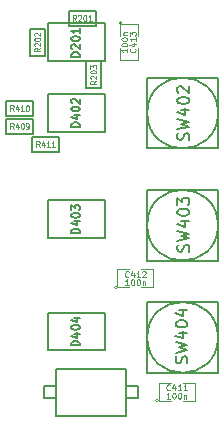
<source format=gto>
G04 (created by PCBNEW (2013-june-11)-stable) date St 3. září 2014, 22:49:41 CEST*
%MOIN*%
G04 Gerber Fmt 3.4, Leading zero omitted, Abs format*
%FSLAX34Y34*%
G01*
G70*
G90*
G04 APERTURE LIST*
%ADD10C,0.00590551*%
%ADD11C,0.0039*%
%ADD12C,0.005*%
%ADD13C,0.0043*%
%ADD14C,0.0045*%
G04 APERTURE END LIST*
G54D10*
X69468Y-36181D02*
X69468Y-37440D01*
X69468Y-37440D02*
X71358Y-37440D01*
X71358Y-37440D02*
X71358Y-36181D01*
X71358Y-36181D02*
X69468Y-36181D01*
X69468Y-32440D02*
X69468Y-33700D01*
X69468Y-33700D02*
X71358Y-33700D01*
X71358Y-33700D02*
X71358Y-32440D01*
X71358Y-32440D02*
X69468Y-32440D01*
X69468Y-28897D02*
X69468Y-30157D01*
X69468Y-30157D02*
X71358Y-30157D01*
X71358Y-30157D02*
X71358Y-28897D01*
X71358Y-28897D02*
X69468Y-28897D01*
X69468Y-26535D02*
X69468Y-27795D01*
X69468Y-27795D02*
X71358Y-27795D01*
X71358Y-27795D02*
X71358Y-26535D01*
X71358Y-26535D02*
X69468Y-26535D01*
G54D11*
X71935Y-26515D02*
G75*
G03X71935Y-26515I-50J0D01*
G74*
G01*
X71885Y-26965D02*
X71885Y-26565D01*
X71885Y-26565D02*
X72485Y-26565D01*
X72485Y-26565D02*
X72485Y-26965D01*
X72485Y-27365D02*
X72485Y-27765D01*
X72485Y-27765D02*
X71885Y-27765D01*
X71885Y-27765D02*
X71885Y-27365D01*
X71781Y-35339D02*
G75*
G03X71781Y-35339I-50J0D01*
G74*
G01*
X72181Y-35339D02*
X71781Y-35339D01*
X71781Y-35339D02*
X71781Y-34739D01*
X71781Y-34739D02*
X72181Y-34739D01*
X72581Y-34739D02*
X72981Y-34739D01*
X72981Y-34739D02*
X72981Y-35339D01*
X72981Y-35339D02*
X72581Y-35339D01*
X73159Y-39118D02*
G75*
G03X73159Y-39118I-50J0D01*
G74*
G01*
X73559Y-39118D02*
X73159Y-39118D01*
X73159Y-39118D02*
X73159Y-38518D01*
X73159Y-38518D02*
X73559Y-38518D01*
X73959Y-38518D02*
X74359Y-38518D01*
X74359Y-38518D02*
X74359Y-39118D01*
X74359Y-39118D02*
X73959Y-39118D01*
G54D12*
X68073Y-29139D02*
X68973Y-29139D01*
X68973Y-29139D02*
X68973Y-29639D01*
X68973Y-29639D02*
X68073Y-29639D01*
X68073Y-29639D02*
X68073Y-29139D01*
X70160Y-26127D02*
X71060Y-26127D01*
X71060Y-26127D02*
X71060Y-26627D01*
X71060Y-26627D02*
X70160Y-26627D01*
X70160Y-26627D02*
X70160Y-26127D01*
X69383Y-26715D02*
X69383Y-27615D01*
X69383Y-27615D02*
X68883Y-27615D01*
X68883Y-27615D02*
X68883Y-26715D01*
X68883Y-26715D02*
X69383Y-26715D01*
X71253Y-27798D02*
X71253Y-28698D01*
X71253Y-28698D02*
X70753Y-28698D01*
X70753Y-28698D02*
X70753Y-27798D01*
X70753Y-27798D02*
X71253Y-27798D01*
X68073Y-29730D02*
X68973Y-29730D01*
X68973Y-29730D02*
X68973Y-30230D01*
X68973Y-30230D02*
X68073Y-30230D01*
X68073Y-30230D02*
X68073Y-29730D01*
X68939Y-30340D02*
X69839Y-30340D01*
X69839Y-30340D02*
X69839Y-30840D01*
X69839Y-30840D02*
X68939Y-30840D01*
X68939Y-30840D02*
X68939Y-30340D01*
G54D10*
X72775Y-37007D02*
X72775Y-38188D01*
X72775Y-38188D02*
X75137Y-38188D01*
X75137Y-38188D02*
X75137Y-35826D01*
X75137Y-35826D02*
X72775Y-35826D01*
X72775Y-35826D02*
X72775Y-37007D01*
X75138Y-37007D02*
G75*
G03X75138Y-37007I-1181J0D01*
G74*
G01*
X72775Y-33267D02*
X72775Y-34448D01*
X72775Y-34448D02*
X75137Y-34448D01*
X75137Y-34448D02*
X75137Y-32086D01*
X75137Y-32086D02*
X72775Y-32086D01*
X72775Y-32086D02*
X72775Y-33267D01*
X75138Y-33267D02*
G75*
G03X75138Y-33267I-1181J0D01*
G74*
G01*
X72775Y-29527D02*
X72775Y-30708D01*
X72775Y-30708D02*
X75137Y-30708D01*
X75137Y-30708D02*
X75137Y-28346D01*
X75137Y-28346D02*
X72775Y-28346D01*
X72775Y-28346D02*
X72775Y-29527D01*
X75138Y-29527D02*
G75*
G03X75138Y-29527I-1181J0D01*
G74*
G01*
X69724Y-39035D02*
X69330Y-39035D01*
X69330Y-39035D02*
X69330Y-38641D01*
X69330Y-38641D02*
X69724Y-38641D01*
X72086Y-39035D02*
X72480Y-39035D01*
X72480Y-39035D02*
X72480Y-38641D01*
X72480Y-38641D02*
X72086Y-38641D01*
X72086Y-38838D02*
X72086Y-39625D01*
X72086Y-39625D02*
X69724Y-39625D01*
X69724Y-39625D02*
X69724Y-38051D01*
X69724Y-38051D02*
X72086Y-38051D01*
X72086Y-38051D02*
X72086Y-38838D01*
X70524Y-37276D02*
X70249Y-37276D01*
X70249Y-37211D01*
X70262Y-37171D01*
X70288Y-37145D01*
X70314Y-37132D01*
X70367Y-37119D01*
X70406Y-37119D01*
X70459Y-37132D01*
X70485Y-37145D01*
X70511Y-37171D01*
X70524Y-37211D01*
X70524Y-37276D01*
X70341Y-36883D02*
X70524Y-36883D01*
X70236Y-36948D02*
X70433Y-37014D01*
X70433Y-36843D01*
X70249Y-36686D02*
X70249Y-36660D01*
X70262Y-36633D01*
X70275Y-36620D01*
X70301Y-36607D01*
X70354Y-36594D01*
X70419Y-36594D01*
X70472Y-36607D01*
X70498Y-36620D01*
X70511Y-36633D01*
X70524Y-36660D01*
X70524Y-36686D01*
X70511Y-36712D01*
X70498Y-36725D01*
X70472Y-36738D01*
X70419Y-36751D01*
X70354Y-36751D01*
X70301Y-36738D01*
X70275Y-36725D01*
X70262Y-36712D01*
X70249Y-36686D01*
X70341Y-36358D02*
X70524Y-36358D01*
X70236Y-36423D02*
X70433Y-36489D01*
X70433Y-36318D01*
X70524Y-33536D02*
X70249Y-33536D01*
X70249Y-33471D01*
X70262Y-33431D01*
X70288Y-33405D01*
X70314Y-33392D01*
X70367Y-33379D01*
X70406Y-33379D01*
X70459Y-33392D01*
X70485Y-33405D01*
X70511Y-33431D01*
X70524Y-33471D01*
X70524Y-33536D01*
X70341Y-33143D02*
X70524Y-33143D01*
X70236Y-33208D02*
X70433Y-33274D01*
X70433Y-33103D01*
X70249Y-32946D02*
X70249Y-32919D01*
X70262Y-32893D01*
X70275Y-32880D01*
X70301Y-32867D01*
X70354Y-32854D01*
X70419Y-32854D01*
X70472Y-32867D01*
X70498Y-32880D01*
X70511Y-32893D01*
X70524Y-32919D01*
X70524Y-32946D01*
X70511Y-32972D01*
X70498Y-32985D01*
X70472Y-32998D01*
X70419Y-33011D01*
X70354Y-33011D01*
X70301Y-32998D01*
X70275Y-32985D01*
X70262Y-32972D01*
X70249Y-32946D01*
X70249Y-32762D02*
X70249Y-32591D01*
X70354Y-32683D01*
X70354Y-32644D01*
X70367Y-32618D01*
X70380Y-32604D01*
X70406Y-32591D01*
X70472Y-32591D01*
X70498Y-32604D01*
X70511Y-32618D01*
X70524Y-32644D01*
X70524Y-32723D01*
X70511Y-32749D01*
X70498Y-32762D01*
X70524Y-29993D02*
X70249Y-29993D01*
X70249Y-29927D01*
X70262Y-29888D01*
X70288Y-29862D01*
X70314Y-29849D01*
X70367Y-29835D01*
X70406Y-29835D01*
X70459Y-29849D01*
X70485Y-29862D01*
X70511Y-29888D01*
X70524Y-29927D01*
X70524Y-29993D01*
X70341Y-29599D02*
X70524Y-29599D01*
X70236Y-29665D02*
X70433Y-29730D01*
X70433Y-29560D01*
X70249Y-29402D02*
X70249Y-29376D01*
X70262Y-29350D01*
X70275Y-29337D01*
X70301Y-29324D01*
X70354Y-29311D01*
X70419Y-29311D01*
X70472Y-29324D01*
X70498Y-29337D01*
X70511Y-29350D01*
X70524Y-29376D01*
X70524Y-29402D01*
X70511Y-29429D01*
X70498Y-29442D01*
X70472Y-29455D01*
X70419Y-29468D01*
X70354Y-29468D01*
X70301Y-29455D01*
X70275Y-29442D01*
X70262Y-29429D01*
X70249Y-29402D01*
X70275Y-29206D02*
X70262Y-29192D01*
X70249Y-29166D01*
X70249Y-29101D01*
X70262Y-29074D01*
X70275Y-29061D01*
X70301Y-29048D01*
X70328Y-29048D01*
X70367Y-29061D01*
X70524Y-29219D01*
X70524Y-29048D01*
X70524Y-27650D02*
X70249Y-27650D01*
X70249Y-27585D01*
X70262Y-27545D01*
X70288Y-27519D01*
X70314Y-27506D01*
X70367Y-27493D01*
X70406Y-27493D01*
X70459Y-27506D01*
X70485Y-27519D01*
X70511Y-27545D01*
X70524Y-27585D01*
X70524Y-27650D01*
X70275Y-27388D02*
X70262Y-27375D01*
X70249Y-27349D01*
X70249Y-27283D01*
X70262Y-27257D01*
X70275Y-27244D01*
X70301Y-27230D01*
X70328Y-27230D01*
X70367Y-27244D01*
X70524Y-27401D01*
X70524Y-27230D01*
X70249Y-27060D02*
X70249Y-27034D01*
X70262Y-27007D01*
X70275Y-26994D01*
X70301Y-26981D01*
X70354Y-26968D01*
X70419Y-26968D01*
X70472Y-26981D01*
X70498Y-26994D01*
X70511Y-27007D01*
X70524Y-27034D01*
X70524Y-27060D01*
X70511Y-27086D01*
X70498Y-27099D01*
X70472Y-27112D01*
X70419Y-27125D01*
X70354Y-27125D01*
X70301Y-27112D01*
X70275Y-27099D01*
X70262Y-27086D01*
X70249Y-27060D01*
X70524Y-26706D02*
X70524Y-26863D01*
X70524Y-26784D02*
X70249Y-26784D01*
X70288Y-26811D01*
X70314Y-26837D01*
X70328Y-26863D01*
G54D13*
X72371Y-27385D02*
X72380Y-27395D01*
X72389Y-27423D01*
X72389Y-27442D01*
X72380Y-27470D01*
X72361Y-27488D01*
X72342Y-27498D01*
X72305Y-27507D01*
X72277Y-27507D01*
X72239Y-27498D01*
X72220Y-27488D01*
X72202Y-27470D01*
X72192Y-27442D01*
X72192Y-27423D01*
X72202Y-27395D01*
X72211Y-27385D01*
X72258Y-27216D02*
X72389Y-27216D01*
X72183Y-27263D02*
X72324Y-27310D01*
X72324Y-27188D01*
X72389Y-27010D02*
X72389Y-27123D01*
X72389Y-27066D02*
X72192Y-27066D01*
X72220Y-27085D01*
X72239Y-27104D01*
X72249Y-27123D01*
X72192Y-26944D02*
X72192Y-26822D01*
X72267Y-26888D01*
X72267Y-26860D01*
X72277Y-26841D01*
X72286Y-26832D01*
X72305Y-26822D01*
X72352Y-26822D01*
X72371Y-26832D01*
X72380Y-26841D01*
X72389Y-26860D01*
X72389Y-26916D01*
X72380Y-26935D01*
X72371Y-26944D01*
X72114Y-27385D02*
X72114Y-27498D01*
X72114Y-27442D02*
X71917Y-27442D01*
X71945Y-27460D01*
X71964Y-27479D01*
X71974Y-27498D01*
X71917Y-27263D02*
X71917Y-27245D01*
X71927Y-27226D01*
X71936Y-27216D01*
X71955Y-27207D01*
X71992Y-27198D01*
X72039Y-27198D01*
X72077Y-27207D01*
X72096Y-27216D01*
X72105Y-27226D01*
X72114Y-27245D01*
X72114Y-27263D01*
X72105Y-27282D01*
X72096Y-27291D01*
X72077Y-27301D01*
X72039Y-27310D01*
X71992Y-27310D01*
X71955Y-27301D01*
X71936Y-27291D01*
X71927Y-27282D01*
X71917Y-27263D01*
X71917Y-27076D02*
X71917Y-27057D01*
X71927Y-27038D01*
X71936Y-27029D01*
X71955Y-27019D01*
X71992Y-27010D01*
X72039Y-27010D01*
X72077Y-27019D01*
X72096Y-27029D01*
X72105Y-27038D01*
X72114Y-27057D01*
X72114Y-27076D01*
X72105Y-27094D01*
X72096Y-27104D01*
X72077Y-27113D01*
X72039Y-27123D01*
X71992Y-27123D01*
X71955Y-27113D01*
X71936Y-27104D01*
X71927Y-27094D01*
X71917Y-27076D01*
X71983Y-26926D02*
X72114Y-26926D01*
X72002Y-26926D02*
X71992Y-26916D01*
X71983Y-26897D01*
X71983Y-26869D01*
X71992Y-26851D01*
X72011Y-26841D01*
X72114Y-26841D01*
X72161Y-34975D02*
X72152Y-34984D01*
X72123Y-34994D01*
X72105Y-34994D01*
X72077Y-34984D01*
X72058Y-34965D01*
X72048Y-34947D01*
X72039Y-34909D01*
X72039Y-34881D01*
X72048Y-34844D01*
X72058Y-34825D01*
X72077Y-34806D01*
X72105Y-34797D01*
X72123Y-34797D01*
X72152Y-34806D01*
X72161Y-34815D01*
X72330Y-34862D02*
X72330Y-34994D01*
X72283Y-34787D02*
X72236Y-34928D01*
X72358Y-34928D01*
X72536Y-34994D02*
X72424Y-34994D01*
X72480Y-34994D02*
X72480Y-34797D01*
X72461Y-34825D01*
X72442Y-34844D01*
X72424Y-34853D01*
X72611Y-34815D02*
X72621Y-34806D01*
X72639Y-34797D01*
X72686Y-34797D01*
X72705Y-34806D01*
X72714Y-34815D01*
X72724Y-34834D01*
X72724Y-34853D01*
X72714Y-34881D01*
X72602Y-34994D01*
X72724Y-34994D01*
X72161Y-35269D02*
X72048Y-35269D01*
X72105Y-35269D02*
X72105Y-35072D01*
X72086Y-35100D01*
X72067Y-35119D01*
X72048Y-35128D01*
X72283Y-35072D02*
X72302Y-35072D01*
X72320Y-35081D01*
X72330Y-35090D01*
X72339Y-35109D01*
X72349Y-35147D01*
X72349Y-35194D01*
X72339Y-35231D01*
X72330Y-35250D01*
X72320Y-35259D01*
X72302Y-35269D01*
X72283Y-35269D01*
X72264Y-35259D01*
X72255Y-35250D01*
X72245Y-35231D01*
X72236Y-35194D01*
X72236Y-35147D01*
X72245Y-35109D01*
X72255Y-35090D01*
X72264Y-35081D01*
X72283Y-35072D01*
X72471Y-35072D02*
X72489Y-35072D01*
X72508Y-35081D01*
X72517Y-35090D01*
X72527Y-35109D01*
X72536Y-35147D01*
X72536Y-35194D01*
X72527Y-35231D01*
X72517Y-35250D01*
X72508Y-35259D01*
X72489Y-35269D01*
X72471Y-35269D01*
X72452Y-35259D01*
X72442Y-35250D01*
X72433Y-35231D01*
X72424Y-35194D01*
X72424Y-35147D01*
X72433Y-35109D01*
X72442Y-35090D01*
X72452Y-35081D01*
X72471Y-35072D01*
X72621Y-35137D02*
X72621Y-35269D01*
X72621Y-35156D02*
X72630Y-35147D01*
X72649Y-35137D01*
X72677Y-35137D01*
X72696Y-35147D01*
X72705Y-35165D01*
X72705Y-35269D01*
X73539Y-38754D02*
X73530Y-38764D01*
X73501Y-38773D01*
X73483Y-38773D01*
X73454Y-38764D01*
X73436Y-38745D01*
X73426Y-38726D01*
X73417Y-38689D01*
X73417Y-38661D01*
X73426Y-38623D01*
X73436Y-38604D01*
X73454Y-38586D01*
X73483Y-38576D01*
X73501Y-38576D01*
X73530Y-38586D01*
X73539Y-38595D01*
X73708Y-38642D02*
X73708Y-38773D01*
X73661Y-38567D02*
X73614Y-38707D01*
X73736Y-38707D01*
X73914Y-38773D02*
X73802Y-38773D01*
X73858Y-38773D02*
X73858Y-38576D01*
X73839Y-38604D01*
X73820Y-38623D01*
X73802Y-38632D01*
X74102Y-38773D02*
X73989Y-38773D01*
X74045Y-38773D02*
X74045Y-38576D01*
X74027Y-38604D01*
X74008Y-38623D01*
X73989Y-38632D01*
X73539Y-39048D02*
X73426Y-39048D01*
X73483Y-39048D02*
X73483Y-38851D01*
X73464Y-38879D01*
X73445Y-38898D01*
X73426Y-38907D01*
X73661Y-38851D02*
X73680Y-38851D01*
X73698Y-38861D01*
X73708Y-38870D01*
X73717Y-38889D01*
X73727Y-38926D01*
X73727Y-38973D01*
X73717Y-39011D01*
X73708Y-39029D01*
X73698Y-39039D01*
X73680Y-39048D01*
X73661Y-39048D01*
X73642Y-39039D01*
X73633Y-39029D01*
X73623Y-39011D01*
X73614Y-38973D01*
X73614Y-38926D01*
X73623Y-38889D01*
X73633Y-38870D01*
X73642Y-38861D01*
X73661Y-38851D01*
X73848Y-38851D02*
X73867Y-38851D01*
X73886Y-38861D01*
X73895Y-38870D01*
X73905Y-38889D01*
X73914Y-38926D01*
X73914Y-38973D01*
X73905Y-39011D01*
X73895Y-39029D01*
X73886Y-39039D01*
X73867Y-39048D01*
X73848Y-39048D01*
X73830Y-39039D01*
X73820Y-39029D01*
X73811Y-39011D01*
X73802Y-38973D01*
X73802Y-38926D01*
X73811Y-38889D01*
X73820Y-38870D01*
X73830Y-38861D01*
X73848Y-38851D01*
X73999Y-38917D02*
X73999Y-39048D01*
X73999Y-38936D02*
X74008Y-38926D01*
X74027Y-38917D01*
X74055Y-38917D01*
X74074Y-38926D01*
X74083Y-38945D01*
X74083Y-39048D01*
G54D14*
X68322Y-29470D02*
X68262Y-29375D01*
X68219Y-29470D02*
X68219Y-29270D01*
X68287Y-29270D01*
X68305Y-29280D01*
X68313Y-29289D01*
X68322Y-29308D01*
X68322Y-29337D01*
X68313Y-29356D01*
X68305Y-29365D01*
X68287Y-29375D01*
X68219Y-29375D01*
X68476Y-29337D02*
X68476Y-29470D01*
X68433Y-29261D02*
X68390Y-29404D01*
X68502Y-29404D01*
X68665Y-29470D02*
X68562Y-29470D01*
X68613Y-29470D02*
X68613Y-29270D01*
X68596Y-29299D01*
X68579Y-29318D01*
X68562Y-29327D01*
X68776Y-29270D02*
X68793Y-29270D01*
X68810Y-29280D01*
X68819Y-29289D01*
X68827Y-29308D01*
X68836Y-29346D01*
X68836Y-29394D01*
X68827Y-29432D01*
X68819Y-29451D01*
X68810Y-29461D01*
X68793Y-29470D01*
X68776Y-29470D01*
X68759Y-29461D01*
X68750Y-29451D01*
X68742Y-29432D01*
X68733Y-29394D01*
X68733Y-29346D01*
X68742Y-29308D01*
X68750Y-29289D01*
X68759Y-29280D01*
X68776Y-29270D01*
X70408Y-26458D02*
X70348Y-26363D01*
X70305Y-26458D02*
X70305Y-26258D01*
X70374Y-26258D01*
X70391Y-26268D01*
X70400Y-26277D01*
X70408Y-26297D01*
X70408Y-26325D01*
X70400Y-26344D01*
X70391Y-26354D01*
X70374Y-26363D01*
X70305Y-26363D01*
X70477Y-26277D02*
X70485Y-26268D01*
X70503Y-26258D01*
X70545Y-26258D01*
X70563Y-26268D01*
X70571Y-26277D01*
X70580Y-26297D01*
X70580Y-26316D01*
X70571Y-26344D01*
X70468Y-26458D01*
X70580Y-26458D01*
X70691Y-26258D02*
X70708Y-26258D01*
X70725Y-26268D01*
X70734Y-26277D01*
X70743Y-26297D01*
X70751Y-26335D01*
X70751Y-26382D01*
X70743Y-26420D01*
X70734Y-26439D01*
X70725Y-26449D01*
X70708Y-26458D01*
X70691Y-26458D01*
X70674Y-26449D01*
X70665Y-26439D01*
X70657Y-26420D01*
X70648Y-26382D01*
X70648Y-26335D01*
X70657Y-26297D01*
X70665Y-26277D01*
X70674Y-26268D01*
X70691Y-26258D01*
X70923Y-26458D02*
X70820Y-26458D01*
X70871Y-26458D02*
X70871Y-26258D01*
X70854Y-26287D01*
X70837Y-26306D01*
X70820Y-26316D01*
X69214Y-27366D02*
X69119Y-27426D01*
X69214Y-27469D02*
X69014Y-27469D01*
X69014Y-27401D01*
X69024Y-27383D01*
X69033Y-27375D01*
X69052Y-27366D01*
X69081Y-27366D01*
X69100Y-27375D01*
X69110Y-27383D01*
X69119Y-27401D01*
X69119Y-27469D01*
X69033Y-27298D02*
X69024Y-27289D01*
X69014Y-27272D01*
X69014Y-27229D01*
X69024Y-27212D01*
X69033Y-27203D01*
X69052Y-27195D01*
X69071Y-27195D01*
X69100Y-27203D01*
X69214Y-27306D01*
X69214Y-27195D01*
X69014Y-27083D02*
X69014Y-27066D01*
X69024Y-27049D01*
X69033Y-27041D01*
X69052Y-27032D01*
X69091Y-27023D01*
X69138Y-27023D01*
X69176Y-27032D01*
X69195Y-27041D01*
X69205Y-27049D01*
X69214Y-27066D01*
X69214Y-27083D01*
X69205Y-27101D01*
X69195Y-27109D01*
X69176Y-27118D01*
X69138Y-27126D01*
X69091Y-27126D01*
X69052Y-27118D01*
X69033Y-27109D01*
X69024Y-27101D01*
X69014Y-27083D01*
X69033Y-26955D02*
X69024Y-26946D01*
X69014Y-26929D01*
X69014Y-26886D01*
X69024Y-26869D01*
X69033Y-26861D01*
X69052Y-26852D01*
X69071Y-26852D01*
X69100Y-26861D01*
X69214Y-26963D01*
X69214Y-26852D01*
X71084Y-28449D02*
X70989Y-28509D01*
X71084Y-28552D02*
X70884Y-28552D01*
X70884Y-28483D01*
X70894Y-28466D01*
X70903Y-28458D01*
X70922Y-28449D01*
X70951Y-28449D01*
X70970Y-28458D01*
X70980Y-28466D01*
X70989Y-28483D01*
X70989Y-28552D01*
X70903Y-28380D02*
X70894Y-28372D01*
X70884Y-28355D01*
X70884Y-28312D01*
X70894Y-28295D01*
X70903Y-28286D01*
X70922Y-28278D01*
X70942Y-28278D01*
X70970Y-28286D01*
X71084Y-28389D01*
X71084Y-28278D01*
X70884Y-28166D02*
X70884Y-28149D01*
X70894Y-28132D01*
X70903Y-28123D01*
X70922Y-28115D01*
X70961Y-28106D01*
X71008Y-28106D01*
X71046Y-28115D01*
X71065Y-28123D01*
X71075Y-28132D01*
X71084Y-28149D01*
X71084Y-28166D01*
X71075Y-28183D01*
X71065Y-28192D01*
X71046Y-28200D01*
X71008Y-28209D01*
X70961Y-28209D01*
X70922Y-28200D01*
X70903Y-28192D01*
X70894Y-28183D01*
X70884Y-28166D01*
X70884Y-28046D02*
X70884Y-27935D01*
X70961Y-27995D01*
X70961Y-27969D01*
X70970Y-27952D01*
X70980Y-27943D01*
X70999Y-27935D01*
X71046Y-27935D01*
X71065Y-27943D01*
X71075Y-27952D01*
X71084Y-27969D01*
X71084Y-28020D01*
X71075Y-28038D01*
X71065Y-28046D01*
X68322Y-30061D02*
X68262Y-29966D01*
X68219Y-30061D02*
X68219Y-29861D01*
X68287Y-29861D01*
X68305Y-29870D01*
X68313Y-29880D01*
X68322Y-29899D01*
X68322Y-29927D01*
X68313Y-29946D01*
X68305Y-29956D01*
X68287Y-29966D01*
X68219Y-29966D01*
X68476Y-29927D02*
X68476Y-30061D01*
X68433Y-29851D02*
X68390Y-29994D01*
X68502Y-29994D01*
X68605Y-29861D02*
X68622Y-29861D01*
X68639Y-29870D01*
X68647Y-29880D01*
X68656Y-29899D01*
X68665Y-29937D01*
X68665Y-29985D01*
X68656Y-30023D01*
X68647Y-30042D01*
X68639Y-30051D01*
X68622Y-30061D01*
X68605Y-30061D01*
X68587Y-30051D01*
X68579Y-30042D01*
X68570Y-30023D01*
X68562Y-29985D01*
X68562Y-29937D01*
X68570Y-29899D01*
X68579Y-29880D01*
X68587Y-29870D01*
X68605Y-29861D01*
X68750Y-30061D02*
X68785Y-30061D01*
X68802Y-30051D01*
X68810Y-30042D01*
X68827Y-30013D01*
X68836Y-29975D01*
X68836Y-29899D01*
X68827Y-29880D01*
X68819Y-29870D01*
X68802Y-29861D01*
X68767Y-29861D01*
X68750Y-29870D01*
X68742Y-29880D01*
X68733Y-29899D01*
X68733Y-29946D01*
X68742Y-29966D01*
X68750Y-29975D01*
X68767Y-29985D01*
X68802Y-29985D01*
X68819Y-29975D01*
X68827Y-29966D01*
X68836Y-29946D01*
X69188Y-30671D02*
X69128Y-30576D01*
X69085Y-30671D02*
X69085Y-30471D01*
X69154Y-30471D01*
X69171Y-30481D01*
X69179Y-30490D01*
X69188Y-30509D01*
X69188Y-30538D01*
X69179Y-30557D01*
X69171Y-30566D01*
X69154Y-30576D01*
X69085Y-30576D01*
X69342Y-30538D02*
X69342Y-30671D01*
X69299Y-30461D02*
X69256Y-30604D01*
X69368Y-30604D01*
X69531Y-30671D02*
X69428Y-30671D01*
X69479Y-30671D02*
X69479Y-30471D01*
X69462Y-30500D01*
X69445Y-30519D01*
X69428Y-30528D01*
X69702Y-30671D02*
X69599Y-30671D01*
X69651Y-30671D02*
X69651Y-30471D01*
X69634Y-30500D01*
X69616Y-30519D01*
X69599Y-30528D01*
G54D10*
X74097Y-37868D02*
X74116Y-37812D01*
X74116Y-37718D01*
X74097Y-37680D01*
X74078Y-37662D01*
X74041Y-37643D01*
X74003Y-37643D01*
X73966Y-37662D01*
X73947Y-37680D01*
X73928Y-37718D01*
X73909Y-37793D01*
X73891Y-37830D01*
X73872Y-37849D01*
X73834Y-37868D01*
X73797Y-37868D01*
X73759Y-37849D01*
X73741Y-37830D01*
X73722Y-37793D01*
X73722Y-37699D01*
X73741Y-37643D01*
X73722Y-37512D02*
X74116Y-37418D01*
X73834Y-37343D01*
X74116Y-37268D01*
X73722Y-37174D01*
X73853Y-36856D02*
X74116Y-36856D01*
X73703Y-36949D02*
X73984Y-37043D01*
X73984Y-36799D01*
X73722Y-36574D02*
X73722Y-36537D01*
X73741Y-36499D01*
X73759Y-36481D01*
X73797Y-36462D01*
X73872Y-36443D01*
X73966Y-36443D01*
X74041Y-36462D01*
X74078Y-36481D01*
X74097Y-36499D01*
X74116Y-36537D01*
X74116Y-36574D01*
X74097Y-36612D01*
X74078Y-36631D01*
X74041Y-36649D01*
X73966Y-36668D01*
X73872Y-36668D01*
X73797Y-36649D01*
X73759Y-36631D01*
X73741Y-36612D01*
X73722Y-36574D01*
X73853Y-36106D02*
X74116Y-36106D01*
X73703Y-36199D02*
X73984Y-36293D01*
X73984Y-36049D01*
X74156Y-34147D02*
X74175Y-34091D01*
X74175Y-33997D01*
X74156Y-33960D01*
X74137Y-33941D01*
X74100Y-33922D01*
X74062Y-33922D01*
X74025Y-33941D01*
X74006Y-33960D01*
X73987Y-33997D01*
X73968Y-34072D01*
X73950Y-34110D01*
X73931Y-34129D01*
X73893Y-34147D01*
X73856Y-34147D01*
X73818Y-34129D01*
X73800Y-34110D01*
X73781Y-34072D01*
X73781Y-33979D01*
X73800Y-33922D01*
X73781Y-33791D02*
X74175Y-33697D01*
X73893Y-33622D01*
X74175Y-33547D01*
X73781Y-33454D01*
X73912Y-33135D02*
X74175Y-33135D01*
X73762Y-33229D02*
X74043Y-33323D01*
X74043Y-33079D01*
X73781Y-32854D02*
X73781Y-32816D01*
X73800Y-32779D01*
X73818Y-32760D01*
X73856Y-32741D01*
X73931Y-32723D01*
X74025Y-32723D01*
X74100Y-32741D01*
X74137Y-32760D01*
X74156Y-32779D01*
X74175Y-32816D01*
X74175Y-32854D01*
X74156Y-32891D01*
X74137Y-32910D01*
X74100Y-32929D01*
X74025Y-32948D01*
X73931Y-32948D01*
X73856Y-32929D01*
X73818Y-32910D01*
X73800Y-32891D01*
X73781Y-32854D01*
X73781Y-32591D02*
X73781Y-32348D01*
X73931Y-32479D01*
X73931Y-32423D01*
X73950Y-32385D01*
X73968Y-32366D01*
X74006Y-32348D01*
X74100Y-32348D01*
X74137Y-32366D01*
X74156Y-32385D01*
X74175Y-32423D01*
X74175Y-32535D01*
X74156Y-32573D01*
X74137Y-32591D01*
X74156Y-30427D02*
X74175Y-30371D01*
X74175Y-30277D01*
X74156Y-30239D01*
X74137Y-30221D01*
X74100Y-30202D01*
X74062Y-30202D01*
X74025Y-30221D01*
X74006Y-30239D01*
X73987Y-30277D01*
X73968Y-30352D01*
X73950Y-30389D01*
X73931Y-30408D01*
X73893Y-30427D01*
X73856Y-30427D01*
X73818Y-30408D01*
X73800Y-30389D01*
X73781Y-30352D01*
X73781Y-30258D01*
X73800Y-30202D01*
X73781Y-30071D02*
X74175Y-29977D01*
X73893Y-29902D01*
X74175Y-29827D01*
X73781Y-29733D01*
X73912Y-29415D02*
X74175Y-29415D01*
X73762Y-29508D02*
X74043Y-29602D01*
X74043Y-29358D01*
X73781Y-29133D02*
X73781Y-29096D01*
X73800Y-29058D01*
X73818Y-29040D01*
X73856Y-29021D01*
X73931Y-29002D01*
X74025Y-29002D01*
X74100Y-29021D01*
X74137Y-29040D01*
X74156Y-29058D01*
X74175Y-29096D01*
X74175Y-29133D01*
X74156Y-29171D01*
X74137Y-29190D01*
X74100Y-29208D01*
X74025Y-29227D01*
X73931Y-29227D01*
X73856Y-29208D01*
X73818Y-29190D01*
X73800Y-29171D01*
X73781Y-29133D01*
X73818Y-28852D02*
X73800Y-28833D01*
X73781Y-28796D01*
X73781Y-28702D01*
X73800Y-28665D01*
X73818Y-28646D01*
X73856Y-28627D01*
X73893Y-28627D01*
X73950Y-28646D01*
X74175Y-28871D01*
X74175Y-28627D01*
M02*

</source>
